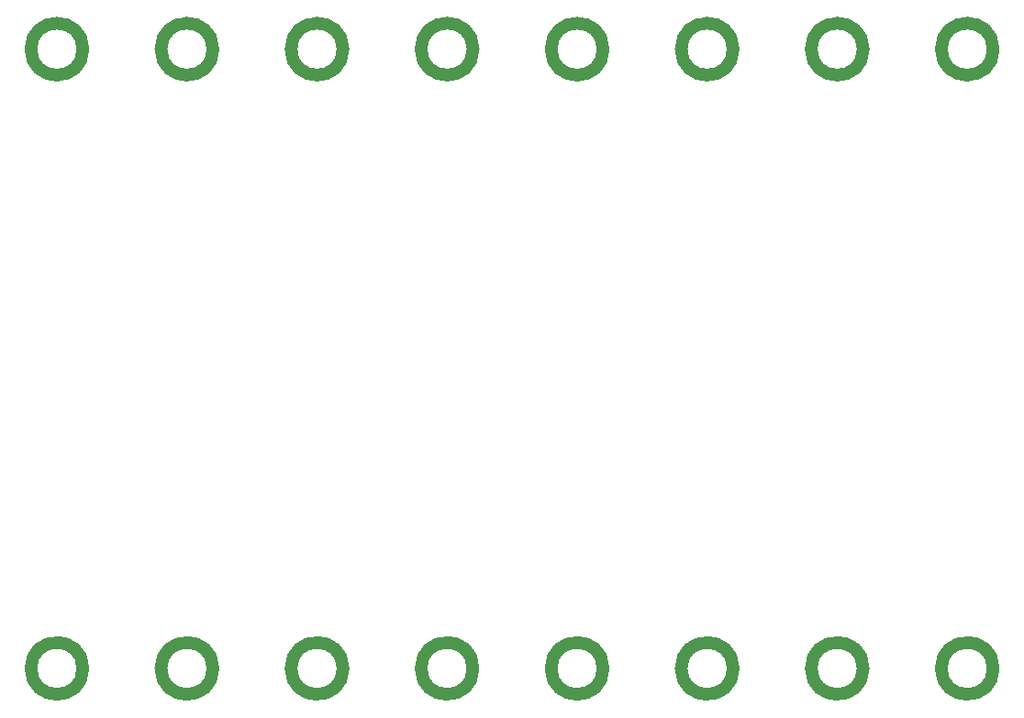
<source format=gbr>
%TF.GenerationSoftware,KiCad,Pcbnew,(5.1.9)-1*%
%TF.CreationDate,2021-02-05T18:08:36+10:00*%
%TF.ProjectId,PCB,5043422e-6b69-4636-9164-5f7063625858,rev?*%
%TF.SameCoordinates,Original*%
%TF.FileFunction,Legend,Bot*%
%TF.FilePolarity,Positive*%
%FSLAX46Y46*%
G04 Gerber Fmt 4.6, Leading zero omitted, Abs format (unit mm)*
G04 Created by KiCad (PCBNEW (5.1.9)-1) date 2021-02-05 18:08:36*
%MOMM*%
%LPD*%
G01*
G04 APERTURE LIST*
%ADD10C,1.200000*%
G04 APERTURE END LIST*
D10*
%TO.C,REF\u002A\u002A*%
X188096795Y-50850020D02*
G75*
G03*
X188096795Y-50850020I-2400000J0D01*
G01*
X176096795Y-50850020D02*
G75*
G03*
X176096795Y-50850020I-2400000J0D01*
G01*
X164096795Y-50850020D02*
G75*
G03*
X164096795Y-50850020I-2400000J0D01*
G01*
X152096795Y-50850020D02*
G75*
G03*
X152096795Y-50850020I-2400000J0D01*
G01*
X140096795Y-50850020D02*
G75*
G03*
X140096795Y-50850020I-2400000J0D01*
G01*
X128096795Y-50850020D02*
G75*
G03*
X128096795Y-50850020I-2400000J0D01*
G01*
X116096795Y-50850020D02*
G75*
G03*
X116096795Y-50850020I-2400000J0D01*
G01*
X188096795Y-108025735D02*
G75*
G03*
X188096795Y-108025735I-2400000J0D01*
G01*
X176096795Y-108025735D02*
G75*
G03*
X176096795Y-108025735I-2400000J0D01*
G01*
X164096795Y-108025735D02*
G75*
G03*
X164096795Y-108025735I-2400000J0D01*
G01*
X152096795Y-108025735D02*
G75*
G03*
X152096795Y-108025735I-2400000J0D01*
G01*
X140096795Y-108025735D02*
G75*
G03*
X140096795Y-108025735I-2400000J0D01*
G01*
X128096795Y-108025735D02*
G75*
G03*
X128096795Y-108025735I-2400000J0D01*
G01*
X116096795Y-108025735D02*
G75*
G03*
X116096795Y-108025735I-2400000J0D01*
G01*
X104096795Y-108025735D02*
G75*
G03*
X104096795Y-108025735I-2400000J0D01*
G01*
X104096795Y-50850020D02*
G75*
G03*
X104096795Y-50850020I-2400000J0D01*
G01*
%TD*%
M02*

</source>
